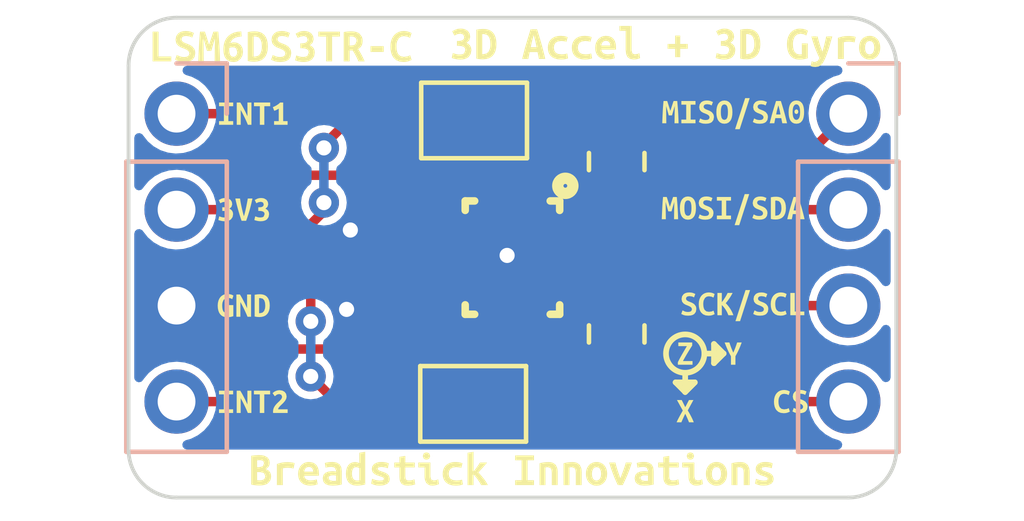
<source format=kicad_pcb>
(kicad_pcb (version 20211014) (generator pcbnew)
  (layers (0 "F.Cu" signal) (31 "B.Cu" signal) (34 "B.Paste" user) (35 "F.Paste" user) (36 "B.SilkS" user "B.Silkscreen") (37 "F.SilkS" user "F.Silkscreen") (38 "B.Mask" user) (39 "F.Mask" user) (44 "Edge.Cuts" user))
  (net 0 "")
  (net 1 "+3V3")
  (net 2 "GND")
  (net 3 "/CS")
  (net 4 "/SCK{slash}SCL")
  (net 5 "/MOSI{slash}SDA")
  (net 6 "/MISO{slash}SA0")
  (net 7 "/INT1")
  (net 8 "/INT2")
  (net 9 "Net-(R101-Pad1)")
  (net 10 "Net-(R102-Pad1)")
  (footprint "kibuzzard-62D78DDD" (layer "F.Cu") (at 103.632 73.66)
    (fp_text reference "kibuzzard-62D78DDD" hide)
    (fp_text value "G***" hide)
  )
  (footprint "kibuzzard-62D791D4" (layer "F.Cu") (at 101.854 69.342)
    (fp_text reference "kibuzzard-62D791D4" hide)
    (fp_text value "G***" hide)
  )
  (footprint "Breadstick Footprints:Perfect_0402_Cap" (layer "F.Cu") (at 94.75 74.27 90)
    (fp_text reference "C102" hide)
    (fp_text value "10uF")
    (pad "1" smd rect (at 0 0.5 90) (size 0.7 0.6) (layers "F.Cu" "F.Paste" "F.Mask") (net 1 "+3V3"))
    (pad "2" smd rect (at 0 -0.5 90) (size 0.7 0.6) (layers "F.Cu" "F.Paste" "F.Mask") (net 2 "GND"))
  )
  (footprint "kibuzzard-62D78E0A" (layer "F.Cu") (at 90.932 71.12)
    (fp_text reference "kibuzzard-62D78E0A" hide)
    (fp_text value "G***" hide)
  )
  (footprint "Jumper:SolderJumper-2_P1.3mm_Open_TrianglePad1.0x1.5mm" (layer "F.Cu") (at 96.75 78.8 180)
    (fp_text reference "JP102" hide)
    (fp_text value "SolderJumper")
    (pad "1" smd custom locked (at -0.725 0 180) (size 0.3 0.3) (layers "F.Cu" "F.Mask") (net 10 "Net-(R102-Pad1)") (options (clearance outline) (anchor rect)) (primitives (gr_poly (pts (xy -0.5 -0.75) (xy 0.5 -0.75) (xy 1 0) (xy 0.5 0.75) (xy -0.5 0.75)) (width 0) (fill yes))))
    (pad "2" smd custom locked (at 0.725 0 180) (size 0.3 0.3) (layers "F.Cu" "F.Mask") (net 1 "+3V3") (options (clearance outline) (anchor rect)) (primitives (gr_poly (pts (xy -0.65 -0.75) (xy 0.5 -0.75) (xy 0.5 0.75) (xy -0.65 0.75) (xy -0.15 0)) (width 0) (fill yes))))
  )
  (footprint "kibuzzard-62D791EF" (layer "F.Cu") (at 97.79 80.518)
    (fp_text reference "kibuzzard-62D791EF" hide)
    (fp_text value "G***" hide)
  )
  (footprint "kibuzzard-62D78F44" (layer "F.Cu") (at 102.362 77.47)
    (fp_text reference "kibuzzard-62D78F44" hide)
    (fp_text value "G***" hide)
  )
  (footprint "Resistor_SMD:R_0805_2012Metric" (layer "F.Cu") (at 100.55 76.95 90)
    (fp_text reference "R102" hide)
    (fp_text value "1.8k")
    (pad "1" smd roundrect locked (at -0.9125 0 90) (size 1.025 1.4) (layers "F.Cu" "F.Paste" "F.Mask") (roundrect_rratio 0.243902) (net 10 "Net-(R102-Pad1)"))
    (pad "2" smd roundrect locked (at 0.9125 0 90) (size 1.025 1.4) (layers "F.Cu" "F.Paste" "F.Mask") (roundrect_rratio 0.243902) (net 4 "/SCK{slash}SCL"))
  )
  (footprint "kibuzzard-62D78F50" (layer "F.Cu") (at 103.632 77.47)
    (fp_text reference "kibuzzard-62D78F50" hide)
    (fp_text value "G***" hide)
  )
  (footprint "kibuzzard-62D78F4A" (layer "F.Cu") (at 102.362 78.994)
    (fp_text reference "kibuzzard-62D78F4A" hide)
    (fp_text value "G***" hide)
  )
  (footprint "LSM6DS3TR-C:LGA-14-2.5X3MM" (layer "F.Cu") (at 97.79 74.93 -90)
    (fp_text reference "U101" hide)
    (fp_text value "LSM6DS3TR-C")
    (pad "1" smd rect (at -1.35 -0.75 270) (size 0.9 0.25) (layers "F.Cu" "F.Paste" "F.Mask") (net 6 "/MISO{slash}SA0"))
    (pad "2" smd rect (at -1.35 -0.25 270) (size 0.9 0.25) (layers "F.Cu" "F.Paste" "F.Mask") (net 2 "GND"))
    (pad "3" smd rect (at -1.35 0.25 270) (size 0.9 0.25) (layers "F.Cu" "F.Paste" "F.Mask") (net 2 "GND"))
    (pad "4" smd rect (at -1.35 0.75 270) (size 0.9 0.25) (layers "F.Cu" "F.Paste" "F.Mask") (net 7 "/INT1"))
    (pad "5" smd rect (at -0.5 1.1) (size 0.9 0.25) (layers "F.Cu" "F.Paste" "F.Mask") (net 1 "+3V3"))
    (pad "6" smd rect (at 0 1.1) (size 0.9 0.25) (layers "F.Cu" "F.Paste" "F.Mask") (net 2 "GND"))
    (pad "7" smd rect (at 0.5 1.1) (size 0.9 0.25) (layers "F.Cu" "F.Paste" "F.Mask") (net 2 "GND"))
    (pad "8" smd rect (at 1.35 0.75 270) (size 0.9 0.25) (layers "F.Cu" "F.Paste" "F.Mask") (net 1 "+3V3"))
    (pad "9" smd rect (at 1.35 0.25 270) (size 0.9 0.25) (layers "F.Cu" "F.Paste" "F.Mask") (net 8 "/INT2"))
    (pad "10" smd rect (at 1.35 -0.25 270) (size 0.9 0.25) (layers "F.Cu" "F.Paste" "F.Mask"))
    (pad "11" smd rect (at 1.35 -0.75 270) (size 0.9 0.25) (layers "F.Cu" "F.Paste" "F.Mask"))
    (pad "12" smd rect (at 0.5 -1.1) (size 0.9 0.25) (layers "F.Cu" "F.Paste" "F.Mask") (net 3 "/CS"))
    (pad "13" smd rect (at 0 -1.1) (size 0.9 0.25) (layers "F.Cu" "F.Paste" "F.Mask") (net 4 "/SCK{slash}SCL"))
    (pad "14" smd rect (at -0.5 -1.1) (size 0.9 0.25) (layers "F.Cu" "F.Paste" "F.Mask") (net 5 "/MOSI{slash}SDA"))
  )
  (footprint "Breadstick Footprints:Perfect_0402_Cap" (layer "F.Cu") (at 94.75 76.27 90)
    (fp_text reference "C101" hide)
    (fp_text value "10uF")
    (pad "1" smd rect (at 0 0.5 90) (size 0.7 0.6) (layers "F.Cu" "F.Paste" "F.Mask") (net 1 "+3V3"))
    (pad "2" smd rect (at 0 -0.5 90) (size 0.7 0.6) (layers "F.Cu" "F.Paste" "F.Mask") (net 2 "GND"))
  )
  (footprint "kibuzzard-62D78DEB" (layer "F.Cu") (at 103.886 76.2)
    (fp_text reference "kibuzzard-62D78DEB" hide)
    (fp_text value "G***" hide)
  )
  (footprint "kibuzzard-62D78E02" (layer "F.Cu") (at 90.932 78.74)
    (fp_text reference "kibuzzard-62D78E02" hide)
    (fp_text value "G***" hide)
  )
  (footprint "kibuzzard-62D78E18" (layer "F.Cu") (at 90.678 76.2)
    (fp_text reference "kibuzzard-62D78E18" hide)
    (fp_text value "G***" hide)
  )
  (footprint "kibuzzard-62D78E12" (layer "F.Cu") (at 90.678 73.66)
    (fp_text reference "kibuzzard-62D78E12" hide)
    (fp_text value "G***" hide)
  )
  (footprint "Resistor_SMD:R_0805_2012Metric" (layer "F.Cu") (at 100.55 72.3875 -90)
    (fp_text reference "R101" hide)
    (fp_text value "1.8k")
    (pad "1" smd roundrect locked (at -0.9125 0 270) (size 1.025 1.4) (layers "F.Cu" "F.Paste" "F.Mask") (roundrect_rratio 0.243902) (net 9 "Net-(R101-Pad1)"))
    (pad "2" smd roundrect locked (at 0.9125 0 270) (size 1.025 1.4) (layers "F.Cu" "F.Paste" "F.Mask") (roundrect_rratio 0.243902) (net 5 "/MOSI{slash}SDA"))
  )
  (footprint "kibuzzard-62D78DF5" (layer "F.Cu") (at 105.156 78.74)
    (fp_text reference "kibuzzard-62D78DF5" hide)
    (fp_text value "G***" hide)
  )
  (footprint "kibuzzard-62D78DCB" (layer "F.Cu") (at 103.632 71.12)
    (fp_text reference "kibuzzard-62D78DCB" hide)
    (fp_text value "G***" hide)
  )
  (footprint "kibuzzard-62D791A9" (layer "F.Cu") (at 91.694 69.342)
    (fp_text reference "kibuzzard-62D791A9" hide)
    (fp_text value "G***" hide)
  )
  (footprint "Jumper:SolderJumper-2_P1.3mm_Open_TrianglePad1.0x1.5mm" (layer "F.Cu") (at 96.775 71.3 180)
    (fp_text reference "JP101" hide)
    (fp_text value "SolderJumper")
    (pad "1" smd custom locked (at -0.725 0 180) (size 0.3 0.3) (layers "F.Cu" "F.Mask") (net 9 "Net-(R101-Pad1)") (options (clearance outline) (anchor rect)) (primitives (gr_poly (pts (xy -0.5 -0.75) (xy 0.5 -0.75) (xy 1 0) (xy 0.5 0.75) (xy -0.5 0.75)) (width 0) (fill yes))))
    (pad "2" smd custom locked (at 0.725 0 180) (size 0.3 0.3) (layers "F.Cu" "F.Mask") (net 1 "+3V3") (options (clearance outline) (anchor rect)) (primitives (gr_poly (pts (xy -0.65 -0.75) (xy 0.5 -0.75) (xy 0.5 0.75) (xy -0.65 0.75) (xy -0.15 0)) (width 0) (fill yes))))
  )
  (footprint "Connector_PinHeader_2.54mm:PinHeader_1x04_P2.54mm_Vertical" (layer "B.Cu") (at 88.9 71.12 180)
    (fp_text reference "J102" hide)
    (fp_text value "Conn_01x04")
    (pad "1" thru_hole circle locked (at 0 0 180) (size 1.7 1.7) (drill 1) (layers *.Cu *.Mask) (net 7 "/INT1"))
    (pad "2" thru_hole oval locked (at 0 -2.54 180) (size 1.7 1.7) (drill 1) (layers *.Cu *.Mask) (net 1 "+3V3"))
    (pad "3" thru_hole oval locked (at 0 -5.08 180) (size 1.7 1.7) (drill 1) (layers *.Cu *.Mask) (net 2 "GND"))
    (pad "4" thru_hole oval locked (at 0 -7.62 180) (size 1.7 1.7) (drill 1) (layers *.Cu *.Mask) (net 8 "/INT2"))
  )
  (footprint "Connector_PinHeader_2.54mm:PinHeader_1x04_P2.54mm_Vertical" (layer "B.Cu") (at 106.68 71.12 180)
    (fp_text reference "J101" hide)
    (fp_text value "Conn_01x04")
    (pad "1" thru_hole circle locked (at 0 0 180) (size 1.7 1.7) (drill 1) (layers *.Cu *.Mask) (net 6 "/MISO{slash}SA0"))
    (pad "2" thru_hole oval locked (at 0 -2.54 180) (size 1.7 1.7) (drill 1) (layers *.Cu *.Mask) (net 5 "/MOSI{slash}SDA"))
    (pad "3" thru_hole oval locked (at 0 -5.08 180) (size 1.7 1.7) (drill 1) (layers *.Cu *.Mask) (net 4 "/SCK{slash}SCL"))
    (pad "4" thru_hole oval locked (at 0 -7.62 180) (size 1.7 1.7) (drill 1) (layers *.Cu *.Mask) (net 3 "/CS"))
  )
  (gr_line (start 102.616 78.232) (end 102.362 78.486) (layer "F.SilkS") (width 0.15))
  (gr_line (start 102.87 77.47) (end 103.378 77.47) (layer "F.SilkS") (width 0.15))
  (gr_line (start 102.362 77.978) (end 102.362 78.486) (layer "F.SilkS") (width 0.15))
  (gr_line (start 103.124 77.216) (end 103.124 77.724) (layer "F.SilkS") (width 0.15))
  (gr_circle (center 102.362 77.47) (end 102.87 77.47) (layer "F.SilkS") (width 0.15) (fill none))
  (gr_line (start 102.108 78.232) (end 102.616 78.232) (layer "F.SilkS") (width 0.15))
  (gr_line (start 102.362 78.486) (end 102.108 78.232) (layer "F.SilkS") (width 0.15))
  (gr_line (start 103.378 77.47) (end 103.124 77.216) (layer "F.SilkS") (width 0.15))
  (gr_line (start 103.378 77.47) (end 103.124 77.724) (layer "F.SilkS") (width 0.15))
  (gr_line (start 102.362 78.486) (end 102.616 78.232) (layer "F.SilkS") (width 0.15))
  (gr_line (start 88.9 68.58) (end 106.68 68.58) (layer "Edge.Cuts") (width 0.1))
  (gr_arc (start 87.63 69.85) (mid 88.001974 68.951974) (end 88.9 68.58) (layer "Edge.Cuts") (width 0.1))
  (gr_arc (start 88.9 81.28) (mid 88.001974 80.908026) (end 87.63 80.01) (layer "Edge.Cuts") (width 0.1))
  (gr_arc (start 107.95 80.01) (mid 107.578026 80.908026) (end 106.68 81.28) (layer "Edge.Cuts") (width 0.1))
  (gr_line (start 107.95 69.85) (end 107.95 80.01) (layer "Edge.Cuts") (width 0.1))
  (gr_line (start 106.68 81.28) (end 88.9 81.28) (layer "Edge.Cuts") (width 0.1))
  (gr_line (start 87.63 80.01) (end 87.63 69.85) (layer "Edge.Cuts") (width 0.1))
  (gr_arc (start 106.68 68.58) (mid 107.578026 68.951974) (end 107.95 69.85) (layer "Edge.Cuts") (width 0.1))
  (segment (start 96.025 78.8) (end 93.1755 78.8) (width 0.25) (layer "F.Cu") (net 1))
  (segment (start 92.451789 75.548211) (end 92.451789 76.61607) (width 0.25) (layer "F.Cu") (net 1))
  (segment (start 93.1755 78.8) (end 92.45 78.0745) (width 0.25) (layer "F.Cu") (net 1))
  (segment (start 95.25 75.35) (end 95.2 75.3) (width 0.25) (layer "F.Cu") (net 1))
  (segment (start 97.04 76.28) (end 95.26 76.28) (width 0.25) (layer "F.Cu") (net 1))
  (segment (start 92.8 71.95) (end 93.45 71.3) (width 0.25) (layer "F.Cu") (net 1))
  (segment (start 95.25 76.27) (end 95.25 75.35) (width 0.25) (layer "F.Cu") (net 1))
  (segment (start 96.69 74.43) (end 95.41 74.43) (width 0.25) (layer "F.Cu") (net 1))
  (segment (start 95.41 74.43) (end 95.25 74.27) (width 0.25) (layer "F.Cu") (net 1))
  (segment (start 93.45 71.3) (end 96.05 71.3) (width 0.25) (layer "F.Cu") (net 1))
  (segment (start 88.9 73.66) (end 91.06 73.66) (width 0.25) (layer "F.Cu") (net 1))
  (segment (start 91.06 73.66) (end 91.95 74.55) (width 0.25) (layer "F.Cu") (net 1))
  (segment (start 92.7 75.3) (end 95.2 75.3) (width 0.25) (layer "F.Cu") (net 1))
  (segment (start 95.25 74.27) (end 95.25 75.25) (width 0.25) (layer "F.Cu") (net 1))
  (segment (start 92.7 75.3) (end 92.451789 75.548211) (width 0.25) (layer "F.Cu") (net 1))
  (segment (start 92.8 72.0255) (end 92.8 71.95) (width 0.25) (layer "F.Cu") (net 1))
  (segment (start 95.25 75.25) (end 95.2 75.3) (width 0.25) (layer "F.Cu") (net 1))
  (segment (start 91.95 74.55) (end 92.7 75.3) (width 0.25) (layer "F.Cu") (net 1))
  (segment (start 91.95 74.55) (end 92.8 73.7) (width 0.25) (layer "F.Cu") (net 1))
  (segment (start 92.8 73.7) (end 92.8 73.4745) (width 0.25) (layer "F.Cu") (net 1))
  (segment (start 95.26 76.28) (end 95.25 76.27) (width 0.25) (layer "F.Cu") (net 1))
  (via (at 92.45 78.0745) (size 0.8) (drill 0.4) (layers "F.Cu" "B.Cu") (net 1))
  (via (at 92.8 72.0255) (size 0.8) (drill 0.4) (layers "F.Cu" "B.Cu") (net 1))
  (via (at 92.8 73.4745) (size 0.8) (drill 0.4) (layers "F.Cu" "B.Cu") (net 1))
  (via (at 92.451789 76.61607) (size 0.8) (drill 0.4) (layers "F.Cu" "B.Cu") (net 1))
  (segment (start 92.451789 76.61607) (end 92.451789 78.072711) (width 0.25) (layer "B.Cu") (net 1))
  (segment (start 92.451789 78.072711) (end 92.45 78.0745) (width 0.25) (layer "B.Cu") (net 1))
  (segment (start 92.8 73.4745) (end 92.8 72.0255) (width 0.25) (layer "B.Cu") (net 1))
  (segment (start 97.716753 74.804022) (end 97.54 74.804022) (width 0.25) (layer "F.Cu") (net 2))
  (segment (start 97.54 75.36) (end 97.54 74.804022) (width 0.25) (layer "F.Cu") (net 2))
  (segment (start 97.414022 74.93) (end 96.69 74.93) (width 0.25) (layer "F.Cu") (net 2))
  (segment (start 98.04 74.480775) (end 97.716753 74.804022) (width 0.25) (layer "F.Cu") (net 2))
  (segment (start 96.69 75.43) (end 97.47 75.43) (width 0.25) (layer "F.Cu") (net 2))
  (segment (start 93.57 74.27) (end 93.5 74.2) (width 0.25) (layer "F.Cu") (net 2))
  (segment (start 97.47 75.43) (end 97.54 75.36) (width 0.25) (layer "F.Cu") (net 2))
  (segment (start 97.581117 74.804022) (end 97.648935 74.87184) (width 0.25) (layer "F.Cu") (net 2))
  (segment (start 93.43 76.27) (end 93.4 76.3) (width 0.25) (layer "F.Cu") (net 2))
  (segment (start 94.25 76.27) (end 93.43 76.27) (width 0.25) (layer "F.Cu") (net 2))
  (segment (start 98.04 73.58) (end 98.04 74.480775) (width 0.25) (layer "F.Cu") (net 2))
  (segment (start 97.54 73.58) (end 97.54 74.804022) (width 0.25) (layer "F.Cu") (net 2))
  (segment (start 94.25 74.27) (end 93.57 74.27) (width 0.25) (layer "F.Cu") (net 2))
  (segment (start 97.54 74.804022) (end 97.414022 74.93) (width 0.25) (layer "F.Cu") (net 2))
  (segment (start 97.54 74.804022) (end 97.581117 74.804022) (width 0.25) (layer "F.Cu") (net 2))
  (via (at 93.5 74.2) (size 0.8) (drill 0.4) (layers "F.Cu" "B.Cu") (net 2))
  (via (at 93.4 76.3) (size 0.8) (drill 0.4) (layers "F.Cu" "B.Cu") (net 2))
  (via (at 97.648935 74.87184) (size 0.8) (drill 0.4) (layers "F.Cu" "B.Cu") (net 2))
  (segment (start 102.75 76.95) (end 104.54 78.74) (width 0.25) (layer "F.Cu") (net 3))
  (segment (start 99.3 75.55) (end 99.3 76.85) (width 0.25) (layer "F.Cu") (net 3))
  (segment (start 99.4 76.95) (end 102.75 76.95) (width 0.25) (layer "F.Cu") (net 3))
  (segment (start 99.3 76.85) (end 99.4 76.95) (width 0.25) (layer "F.Cu") (net 3))
  (segment (start 98.89 75.43) (end 99.18 75.43) (width 0.25) (layer "F.Cu") (net 3))
  (segment (start 104.54 78.74) (end 106.68 78.74) (width 0.25) (layer "F.Cu") (net 3))
  (segment (start 99.18 75.43) (end 99.3 75.55) (width 0.25) (layer "F.Cu") (net 3))
  (segment (start 100.7125 76.2) (end 100.55 76.0375) (width 0.25) (layer "F.Cu") (net 4))
  (segment (start 100.13 74.93) (end 100.55 75.35) (width 0.25) (layer "F.Cu") (net 4))
  (segment (start 106.68 76.2) (end 100.7125 76.2) (width 0.25) (layer "F.Cu") (net 4))
  (segment (start 100.55 75.35) (end 100.55 76.0375) (width 0.25) (layer "F.Cu") (net 4))
  (segment (start 98.89 74.93) (end 100.13 74.93) (width 0.25) (layer "F.Cu") (net 4))
  (segment (start 98.89 74.43) (end 100.32 74.43) (width 0.25) (layer "F.Cu") (net 5))
  (segment (start 100.32 74.43) (end 100.55 74.2) (width 0.25) (layer "F.Cu") (net 5))
  (segment (start 104.71 73.66) (end 104.35 73.3) (width 0.25) (layer "F.Cu") (net 5))
  (segment (start 104.35 73.3) (end 100.55 73.3) (width 0.25) (layer "F.Cu") (net 5))
  (segment (start 100.55 74.2) (end 100.55 73.3) (width 0.25) (layer "F.Cu") (net 5))
  (segment (start 106.68 73.66) (end 104.71 73.66) (width 0.25) (layer "F.Cu") (net 5))
  (segment (start 98.54 73.11) (end 99.25 72.4) (width 0.25) (layer "F.Cu") (net 6))
  (segment (start 105.4 72.4) (end 106.68 71.12) (width 0.25) (layer "F.Cu") (net 6))
  (segment (start 99.25 72.4) (end 105.4 72.4) (width 0.25) (layer "F.Cu") (net 6))
  (segment (start 98.54 73.58) (end 98.54 73.11) (width 0.25) (layer "F.Cu") (net 6))
  (segment (start 96.75 72.75) (end 91.85 72.75) (width 0.25) (layer "F.Cu") (net 7))
  (segment (start 91.85 72.75) (end 90.22 71.12) (width 0.25) (layer "F.Cu") (net 7))
  (segment (start 97.04 73.58) (end 97.04 73.04) (width 0.25) (layer "F.Cu") (net 7))
  (segment (start 97.04 73.04) (end 96.75 72.75) (width 0.25) (layer "F.Cu") (net 7))
  (segment (start 90.22 71.12) (end 88.9 71.12) (width 0.25) (layer "F.Cu") (net 7))
  (segment (start 97.54 76.28) (end 97.54 76.91) (width 0.25) (layer "F.Cu") (net 8))
  (segment (start 90.31 78.74) (end 88.9 78.74) (width 0.25) (layer "F.Cu") (net 8))
  (segment (start 91.7 77.35) (end 90.31 78.74) (width 0.25) (layer "F.Cu") (net 8))
  (segment (start 97.54 76.91) (end 97.1 77.35) (width 0.25) (layer "F.Cu") (net 8))
  (segment (start 97.1 77.35) (end 91.7 77.35) (width 0.25) (layer "F.Cu") (net 8))
  (segment (start 100.375 71.3) (end 100.55 71.475) (width 0.25) (layer "F.Cu") (net 9))
  (segment (start 97.5 71.3) (end 100.375 71.3) (width 0.25) (layer "F.Cu") (net 9))
  (segment (start 100.55 77.8625) (end 100.55 78.2) (width 0.25) (layer "F.Cu") (net 10))
  (segment (start 99.95 78.8) (end 97.475 78.8) (width 0.25) (layer "F.Cu") (net 10))
  (segment (start 100.55 78.2) (end 99.95 78.8) (width 0.25) (layer "F.Cu") (net 10))
  (zone (net 2) (net_name "GND") (layer "B.Cu") (connect_pads yes (clearance 0.15)) (min_thickness 0.254) (fill yes (thermal_gap 0.508) (thermal_bridge_width 0.508))
    (polygon (pts (xy 107.95 80.01) (xy 87.63 80.01) (xy 87.63 69.85) (xy 107.95 69.85)))
  )
)
</source>
